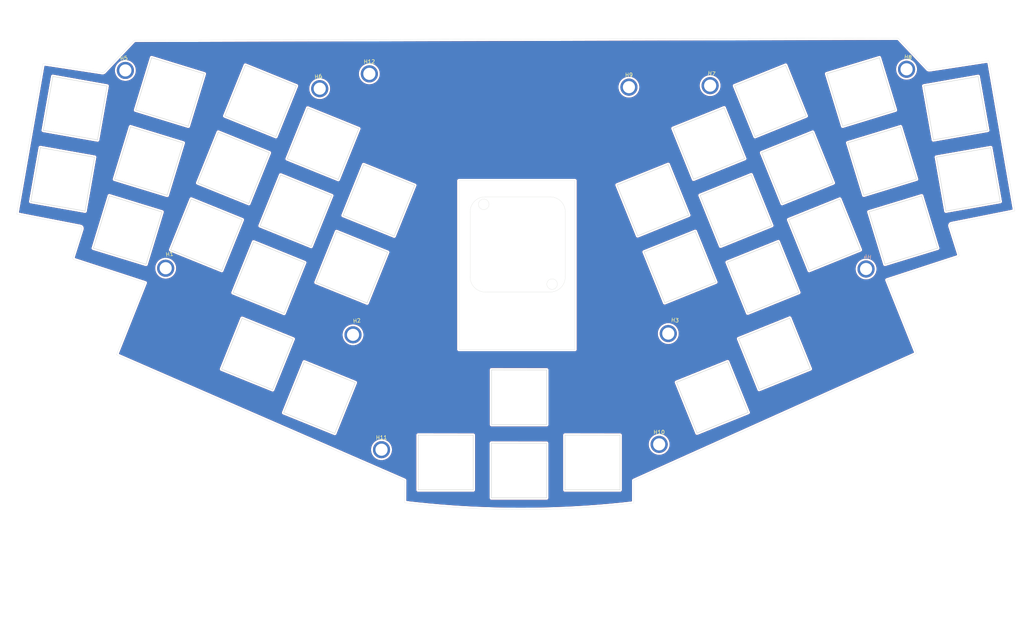
<source format=kicad_pcb>
(kicad_pcb (version 20221018) (generator pcbnew)
  (layers (0 "F.Cu" signal) (31 "B.Cu" signal) (34 "B.Paste" user) (35 "F.Paste" user) (36 "B.SilkS" user "B.Silkscreen") (37 "F.SilkS" user "F.Silkscreen") (38 "B.Mask" user) (39 "F.Mask" user) (44 "Edge.Cuts" user))
  (net 0 "")
  (net 1 "GND")
  (footprint "Alaa:14mm-switch-hole-only-top-bottom" (layer "F.Cu") (at 31.014034 68.703991 -10)
    (fp_text reference "SW9" hide)
    (fp_text value "SW_Push" hide)
    (fp_line (start -7.239 -7.21) (end 7.239 -7.19) (stroke (width 0.12)) (layer "Edge.Cuts"))
    (fp_line (start -7.239 7.2) (end -7.239 -7.21) (stroke (width 0.12)) (layer "Edge.Cuts"))
    (fp_line (start 7.239 -7.19) (end 7.239 7.2) (stroke (width 0.12)) (layer "Edge.Cuts"))
    (fp_line (start 7.239 7.2) (end -7.239 7.2) (stroke (width 0.12)) (layer "Edge.Cuts"))
  )
  (footprint "Alaa:14mm-switch-hole-only-top-bottom" (layer "F.Cu") (at 218.160728 114.603833 22)
    (fp_text reference "SW21" hide)
    (fp_text value "SW_Push" hide)
    (fp_line (start -7.239 -7.21) (end 7.239 -7.19) (stroke (width 0.12)) (layer "Edge.Cuts"))
    (fp_line (start -7.239 7.2) (end -7.239 -7.21) (stroke (width 0.12)) (layer "Edge.Cuts"))
    (fp_line (start 7.239 -7.19) (end 7.239 7.2) (stroke (width 0.12)) (layer "Edge.Cuts"))
    (fp_line (start 7.239 7.2) (end -7.239 7.2) (stroke (width 0.12)) (layer "Edge.Cuts"))
  )
  (footprint "Alaa:MountingHole_M3" (layer "F.Cu") (at 114.848 139.84)
    (fp_text reference "H11" (at 0 -3.2) (layer "F.SilkS"))
    (fp_text value "MountingHole_Pad")
    (pad "1" thru_hole circle (at 0 0) (size 4.5 4.5) (drill 3.2) (layers "*.Cu" "*.Mask"))
  )
  (footprint "Alaa:MountingHole_M3" (layer "F.Cu") (at 252.898 39.74 -7)
    (fp_text reference "H8" (at 0 -3.2 173) (layer "F.SilkS"))
    (fp_text value "MountingHole_Pad")
    (pad "1" thru_hole circle (at 0 0 353) (size 4.5 4.5) (drill 3.2) (layers "*.Cu" "*.Mask"))
  )
  (footprint "Alaa:14mm-switch-hole-only-top-bottom" (layer "F.Cu") (at 201.825522 126.0819 22)
    (fp_text reference "SW31" hide)
    (fp_text value "SW_Push" hide)
    (fp_line (start -7.239 -7.21) (end 7.239 -7.19) (stroke (width 0.12)) (layer "Edge.Cuts"))
    (fp_line (start -7.239 7.2) (end -7.239 -7.21) (stroke (width 0.12)) (layer "Edge.Cuts"))
    (fp_line (start 7.239 -7.19) (end 7.239 7.2) (stroke (width 0.12)) (layer "Edge.Cuts"))
    (fp_line (start 7.239 7.2) (end -7.239 7.2) (stroke (width 0.12)) (layer "Edge.Cuts"))
  )
  (footprint "Alaa:14mm-switch-hole-only-top-bottom" (layer "F.Cu") (at 208.027861 76.889457 22)
    (fp_text reference "SW13" hide)
    (fp_text value "SW_Push" hide)
    (fp_line (start -7.239 -7.21) (end 7.239 -7.19) (stroke (width 0.12)) (layer "Edge.Cuts"))
    (fp_line (start -7.239 7.2) (end -7.239 -7.21) (stroke (width 0.12)) (layer "Edge.Cuts"))
    (fp_line (start 7.239 -7.19) (end 7.239 7.2) (stroke (width 0.12)) (layer "Edge.Cuts"))
    (fp_line (start 7.239 7.2) (end -7.239 7.2) (stroke (width 0.12)) (layer "Edge.Cuts"))
  )
  (footprint "Alaa:14mm-switch-hole-only-top-bottom" (layer "F.Cu") (at 83.060127 48.059109 -22)
    (fp_text reference "SW3" hide)
    (fp_text value "SW_Push" hide)
    (fp_line (start -7.239 -7.21) (end 7.239 -7.19) (stroke (width 0.12)) (layer "Edge.Cuts"))
    (fp_line (start -7.239 7.2) (end -7.239 -7.21) (stroke (width 0.12)) (layer "Edge.Cuts"))
    (fp_line (start 7.239 -7.19) (end 7.239 7.2) (stroke (width 0.12)) (layer "Edge.Cuts"))
    (fp_line (start 7.239 7.2) (end -7.239 7.2) (stroke (width 0.12)) (layer "Edge.Cuts"))
  )
  (footprint "Alaa:14mm-switch-hole-only-top-bottom" (layer "F.Cu") (at 99.453635 59.337859 -22)
    (fp_text reference "SW4" hide)
    (fp_text value "SW_Push" hide)
    (fp_line (start -7.239 -7.21) (end 7.239 -7.19) (stroke (width 0.12)) (layer "Edge.Cuts"))
    (fp_line (start -7.239 7.2) (end -7.239 -7.21) (stroke (width 0.12)) (layer "Edge.Cuts"))
    (fp_line (start 7.239 -7.19) (end 7.239 7.2) (stroke (width 0.12)) (layer "Edge.Cuts"))
    (fp_line (start 7.239 7.2) (end -7.239 7.2) (stroke (width 0.12)) (layer "Edge.Cuts"))
  )
  (footprint "Alaa:14mm-switch-hole-only-top-bottom" (layer "F.Cu") (at 170.322739 143.216617)
    (fp_text reference "SW30" hide)
    (fp_text value "SW_Push" hide)
    (fp_line (start -7.239 -7.21) (end 7.239 -7.19) (stroke (width 0.12)) (layer "Edge.Cuts"))
    (fp_line (start -7.239 7.2) (end -7.239 -7.21) (stroke (width 0.12)) (layer "Edge.Cuts"))
    (fp_line (start 7.239 -7.19) (end 7.239 7.2) (stroke (width 0.12)) (layer "Edge.Cuts"))
    (fp_line (start 7.239 7.2) (end -7.239 7.2) (stroke (width 0.12)) (layer "Edge.Cuts"))
  )
  (footprint "Alaa:MountingHole_M3" (layer "F.Cu") (at 190.255628 109.185509 -6)
    (fp_text reference "H3" (at 1.388238 -3.568475 175) (layer "F.SilkS"))
    (fp_text value "MountingHole_Pad")
    (pad "1" thru_hole circle (at 0 0.1 354) (size 4.5 4.5) (drill 3.2) (layers "*.Cu" "*.Mask"))
  )
  (footprint "Alaa:MountingHole_M3" (layer "F.Cu") (at 98.598 44.84 6)
    (fp_text reference "H6" (at 0 -3.2 6) (layer "F.SilkS"))
    (fp_text value "MountingHole_Pad")
    (pad "1" thru_hole circle (at 0 0 6) (size 4.5 4.5) (drill 3.2) (layers "*.Cu" "*.Mask"))
  )
  (footprint "Alaa:14mm-switch-hole-only-top-bottom" (layer "F.Cu") (at 98.538455 126.1468 -22)
    (fp_text reference "SW28" hide)
    (fp_text value "SW_Push" hide)
    (fp_line (start -7.239 -7.21) (end 7.239 -7.19) (stroke (width 0.12)) (layer "Edge.Cuts"))
    (fp_line (start -7.239 7.2) (end -7.239 -7.21) (stroke (width 0.12)) (layer "Edge.Cuts"))
    (fp_line (start 7.239 -7.19) (end 7.239 7.2) (stroke (width 0.12)) (layer "Edge.Cuts"))
    (fp_line (start 7.239 7.2) (end -7.239 7.2) (stroke (width 0.12)) (layer "Edge.Cuts"))
  )
  (footprint "Alaa:14mm-switch-hole-only-top-bottom" (layer "F.Cu") (at 217.086794 48.054615 22)
    (fp_text reference "SW6" hide)
    (fp_text value "SW_Push" hide)
    (fp_line (start -7.239 -7.21) (end 7.239 -7.19) (stroke (width 0.12)) (layer "Edge.Cuts"))
    (fp_line (start -7.239 7.2) (end -7.239 -7.21) (stroke (width 0.12)) (layer "Edge.Cuts"))
    (fp_line (start 7.239 -7.19) (end 7.239 7.2) (stroke (width 0.12)) (layer "Edge.Cuts"))
    (fp_line (start 7.239 7.2) (end -7.239 7.2) (stroke (width 0.12)) (layer "Edge.Cuts"))
  )
  (footprint "Alaa:14mm-switch-hole-only-top-bottom" (layer "F.Cu") (at 75.942605 65.675599 -22)
    (fp_text reference "SW11" hide)
    (fp_text value "SW_Push" hide)
    (fp_line (start -7.239 -7.21) (end 7.239 -7.19) (stroke (width 0.12)) (layer "Edge.Cuts"))
    (fp_line (start -7.239 7.2) (end -7.239 -7.21) (stroke (width 0.12)) (layer "Edge.Cuts"))
    (fp_line (start 7.239 -7.19) (end 7.239 7.2) (stroke (width 0.12)) (layer "Edge.Cuts"))
    (fp_line (start 7.239 7.2) (end -7.239 7.2) (stroke (width 0.12)) (layer "Edge.Cuts"))
  )
  (footprint "Alaa:MountingHole_M3" (layer "F.Cu") (at 111.648 40.94)
    (fp_text reference "H12" (at 0 -3.2) (layer "F.SilkS"))
    (fp_text value "MountingHole_Pad")
    (pad "1" thru_hole circle (at 0 0) (size 4.5 4.5) (drill 3.2) (layers "*.Cu" "*.Mask"))
  )
  (footprint "Alaa:14mm-switch-hole-only-top-bottom" (layer "F.Cu") (at 85.218584 94.570848 -22)
    (fp_text reference "SW19" hide)
    (fp_text value "SW_Push" hide)
    (fp_line (start -7.239 -7.21) (end 7.239 -7.19) (stroke (width 0.12)) (layer "Edge.Cuts"))
    (fp_line (start -7.239 7.2) (end -7.239 -7.21) (stroke (width 0.12)) (layer "Edge.Cuts"))
    (fp_line (start 7.239 -7.19) (end 7.239 7.2) (stroke (width 0.12)) (layer "Edge.Cuts"))
    (fp_line (start 7.239 7.2) (end -7.239 7.2) (stroke (width 0.12)) (layer "Edge.Cuts"))
  )
  (footprint "Alaa:14mm-switch-hole-only-top-bottom" (layer "F.Cu") (at 269.132843 68.700844 10)
    (fp_text reference "SW16" hide)
    (fp_text value "SW_Push" hide)
    (fp_line (start -7.239 -7.21) (end 7.239 -7.19) (stroke (width 0.12)) (layer "Edge.Cuts"))
    (fp_line (start -7.239 7.2) (end -7.239 -7.21) (stroke (width 0.12)) (layer "Edge.Cuts"))
    (fp_line (start 7.239 -7.19) (end 7.239 7.2) (stroke (width 0.12)) (layer "Edge.Cuts"))
    (fp_line (start 7.239 7.2) (end -7.239 7.2) (stroke (width 0.12)) (layer "Edge.Cuts"))
  )
  (footprint "Alaa:MountingHole_M3" (layer "F.Cu") (at 107.354603 109.610727 6)
    (fp_text reference "H2" (at 1.388238 -3.568475 7) (layer "F.SilkS"))
    (fp_text value "MountingHole_Pad")
    (pad "1" thru_hole circle (at 0 0 6) (size 4.5 4.5) (drill 3.2) (layers "*.Cu" "*.Mask"))
  )
  (footprint "Alaa:14mm-switch-hole-only-top-bottom" (layer "F.Cu") (at 231.321844 83.287601 22)
    (fp_text reference "SW23" hide)
    (fp_text value "SW_Push" hide)
    (fp_line (start -7.239 -7.21) (end 7.239 -7.19) (stroke (width 0.12)) (layer "Edge.Cuts"))
    (fp_line (start -7.239 7.2) (end -7.239 -7.21) (stroke (width 0.12)) (layer "Edge.Cuts"))
    (fp_line (start 7.239 -7.19) (end 7.239 7.2) (stroke (width 0.12)) (layer "Edge.Cuts"))
    (fp_line (start 7.239 7.2) (end -7.239 7.2) (stroke (width 0.12)) (layer "Edge.Cuts"))
  )
  (footprint "Alaa:14mm-switch-hole-only-top-bottom" (layer "F.Cu") (at 48.108439 82.046216 -17)
    (fp_text reference "SW17" hide)
    (fp_text value "SW_Push" hide)
    (fp_line (start -7.239 -7.21) (end 7.239 -7.19) (stroke (width 0.12)) (layer "Edge.Cuts"))
    (fp_line (start -7.239 7.2) (end -7.239 -7.21) (stroke (width 0.12)) (layer "Edge.Cuts"))
    (fp_line (start 7.239 -7.19) (end 7.239 7.2) (stroke (width 0.12)) (layer "Edge.Cuts"))
    (fp_line (start 7.239 7.2) (end -7.239 7.2) (stroke (width 0.12)) (layer "Edge.Cuts"))
  )
  (footprint "Alaa:14mm-switch-hole-only-top-bottom" (layer "F.Cu") (at 131.717153 143.216617)
    (fp_text reference "SW29" hide)
    (fp_text value "SW_Push" hide)
    (fp_line (start -7.239 -7.21) (end 7.239 -7.19) (stroke (width 0.12)) (layer "Edge.Cuts"))
    (fp_line (start -7.239 7.2) (end -7.239 -7.21) (stroke (width 0.12)) (layer "Edge.Cuts"))
    (fp_line (start 7.239 -7.19) (end 7.239 7.2) (stroke (width 0.12)) (layer "Edge.Cuts"))
    (fp_line (start 7.239 7.2) (end -7.239 7.2) (stroke (width 0.12)) (layer "Edge.Cuts"))
  )
  (footprint "Alaa:14mm-switch-hole-only-top-bottom" (layer "F.Cu") (at 59.218564 45.706636 -17)
    (fp_text reference "SW2" hide)
    (fp_text value "SW_Push" hide)
    (fp_line (start -7.239 -7.21) (end 7.239 -7.19) (stroke (width 0.12)) (layer "Edge.Cuts"))
    (fp_line (start -7.239 7.2) (end -7.239 -7.21) (stroke (width 0.12)) (layer "Edge.Cuts"))
    (fp_line (start 7.239 -7.19) (end 7.239 7.2) (stroke (width 0.12)) (layer "Edge.Cuts"))
    (fp_line (start 7.239 7.2) (end -7.239 7.2) (stroke (width 0.12)) (layer "Edge.Cuts"))
  )
  (footprint "Alaa:14mm-switch-hole-only-top-bottom" (layer "F.Cu") (at 82.203244 114.668726 -22)
    (fp_text reference "SW20" hide)
    (fp_text value "SW_Push" hide)
    (fp_line (start -7.239 -7.21) (end 7.239 -7.19) (stroke (width 0.12)) (layer "Edge.Cuts"))
    (fp_line (start -7.239 7.2) (end -7.239 -7.21) (stroke (width 0.12)) (layer "Edge.Cuts"))
    (fp_line (start 7.239 -7.19) (end 7.239 7.2) (stroke (width 0.12)) (layer "Edge.Cuts"))
    (fp_line (start 7.239 7.2) (end -7.239 7.2) (stroke (width 0.12)) (layer "Edge.Cuts"))
  )
  (footprint "Alaa:14mm-switch-hole-only-top-bottom" (layer "F.Cu") (at 193.322321 91.782147 22)
    (fp_text reference "SW32" hide)
    (fp_text value "SW_Push" hide)
    (fp_line (start -7.239 -7.21) (end 7.239 -7.19) (stroke (width 0.12)) (layer "Edge.Cuts"))
    (fp_line (start -7.239 7.2) (end -7.239 -7.21) (stroke (width 0.12)) (layer "Edge.Cuts"))
    (fp_line (start 7.239 -7.19) (end 7.239 7.2) (stroke (width 0.12)) (layer "Edge.Cuts"))
    (fp_line (start 7.239 7.2) (end -7.239 7.2) (stroke (width 0.12)) (layer "Edge.Cuts"))
  )
  (footprint "Alaa:14mm-switch-hole-only-top-bottom" (layer "F.Cu") (at 34.304318 49.975563 -10)
    (fp_text reference "SW1" hide)
    (fp_text value "SW_Push" hide)
    (fp_line (start -7.239 -7.21) (end 7.239 -7.19) (stroke (width 0.12)) (layer "Edge.Cuts"))
    (fp_line (start -7.239 7.2) (end -7.239 -7.21) (stroke (width 0.12)) (layer "Edge.Cuts"))
    (fp_line (start 7.239 -7.19) (end 7.239 7.2) (stroke (width 0.12)) (layer "Edge.Cuts"))
    (fp_line (start 7.239 7.2) (end -7.239 7.2) (stroke (width 0.12)) (layer "Edge.Cuts"))
  )
  (footprint "Alaa:14mm-switch-hole-only-top-bottom" (layer "F.Cu") (at 68.825076 83.292094 -22)
    (fp_text reference "SW18" hide)
    (fp_text value "SW_Push" hide)
    (fp_line (start -7.239 -7.21) (end 7.239 -7.19) (stroke (width 0.12)) (layer "Edge.Cuts"))
    (fp_line (start -7.239 7.2) (end -7.239 -7.21) (stroke (width 0.12)) (layer "Edge.Cuts"))
    (fp_line (start 7.239 -7.19) (end 7.239 7.2) (stroke (width 0.12)) (layer "Edge.Cuts"))
    (fp_line (start 7.239 7.2) (end -7.239 7.2) (stroke (width 0.12)) (layer "Edge.Cuts"))
  )
  (footprint "Alaa:14mm-switch-hole-only-top-bottom" (layer "F.Cu") (at 240.9285 45.702543 17)
    (fp_text reference "SW7" hide)
    (fp_text value "SW_Push" hide)
    (fp_line (start -7.239 -7.21) (end 7.239 -7.19) (stroke (width 0.12)) (layer "Edge.Cuts"))
    (fp_line (start -7.239 7.2) (end -7.239 -7.21) (stroke (width 0.12)) (layer "Edge.Cuts"))
    (fp_line (start 7.239 -7.19) (end 7.239 7.2) (stroke (width 0.12)) (layer "Edge.Cuts"))
    (fp_line (start 7.239 7.2) (end -7.239 7.2) (stroke (width 0.12)) (layer "Edge.Cuts"))
  )
  (footprint "Alaa:14mm-switch-hole-only-top-bottom" (layer "F.Cu") (at 246.481391 63.868709 17)
    (fp_text reference "SW15" hide)
    (fp_text value "SW_Push" hide)
    (fp_line (start -7.239 -7.21) (end 7.239 -7.19) (stroke (width 0.12)) (layer "Edge.Cuts"))
    (fp_line (start -7.239 7.2) (end -7.239 -7.21) (stroke (width 0.12)) (layer "Edge.Cuts"))
    (fp_line (start 7.239 -7.19) (end 7.239 7.2) (stroke (width 0.12)) (layer "Edge.Cuts"))
    (fp_line (start 7.239 7.2) (end -7.239 7.2) (stroke (width 0.12)) (layer "Edge.Cuts"))
  )
  (footprint "Alaa:14mm-switch-hole-only-top-bottom" (layer "F.Cu") (at 92.336108 76.954354 -22)
    (fp_text reference "SW12" hide)
    (fp_text value "SW_Push" hide)
    (fp_line (start -7.239 -7.21) (end 7.239 -7.19) (stroke (width 0.12)) (layer "Edge.Cuts"))
    (fp_line (start -7.239 7.2) (end -7.239 -7.21) (stroke (width 0.12)) (layer "Edge.Cuts"))
    (fp_line (start 7.239 -7.19) (end 7.239 7.2) (stroke (width 0.12)) (layer "Edge.Cuts"))
    (fp_line (start 7.239 7.2) (end -7.239 7.2) (stroke (width 0.12)) (layer "Edge.Cuts"))
  )
  (footprint "Alaa:14mm-switch-hole-only-top-bottom" (layer "F.Cu") (at 114.159178 74.230553 -22)
    (fp_text reference "SW26" hide)
    (fp_text value "SW_Push" hide)
    (fp_line (start -7.239 -7.21) (end 7.239 -7.19) (stroke (width 0.12)) (layer "Edge.Cuts"))
    (fp_line (start -7.239 7.2) (end -7.239 -7.21) (stroke (width 0.12)) (layer "Edge.Cuts"))
    (fp_line (start 7.239 -7.19) (end 7.239 7.2) (stroke (width 0.12)) (layer "Edge.Cuts"))
    (fp_line (start 7.239 7.2) (end -7.239 7.2) (stroke (width 0.12)) (layer "Edge.Cuts"))
  )
  (footprint "Alaa:MountingHole_M3" (layer "F.Cu") (at 187.848 138.44)
    (fp_text reference "H10" (at 0 -3.2) (layer "F.SilkS"))
    (fp_text value "MountingHole_Pad")
    (pad "1" thru_hole circle (at 0 0) (size 4.5 4.5) (drill 3.2) (layers "*.Cu" "*.Mask"))
  )
  (footprint "Alaa:MountingHole_M3" (layer "F.Cu") (at 179.898 44.44)
    (fp_text reference "H9" (at 0 -3.2) (layer "F.SilkS"))
    (fp_text value "MountingHole_Pad")
    (pad "1" thru_hole circle (at 0 0) (size 4.5 4.5) (drill 3.2) (layers "*.Cu" "*.Mask"))
  )
  (footprint "Alaa:14mm-switch-hole-only-top-bottom" (layer "F.Cu") (at 186.204797 74.165651 22)
    (fp_text reference "SW33" hide)
    (fp_text value "SW_Push" hide)
    (fp_line (start -7.239 -7.21) (end 7.239 -7.19) (stroke (width 0.12)) (layer "Edge.Cuts"))
    (fp_line (start -7.239 7.2) (end -7.239 -7.21) (stroke (width 0.12)) (layer "Edge.Cuts"))
    (fp_line (start 7.239 -7.19) (end 7.239 7.2) (stroke (width 0.12)) (layer "Edge.Cuts"))
    (fp_line (start 7.239 7.2) (end -7.239 7.2) (stroke (width 0.12)) (layer "Edge.Cuts"))
  )
  (footprint "Alaa:14mm-switch-hole-only-top-bottom" (layer "F.Cu") (at 265.831283 49.966062 10)
    (fp_text reference "SW8" hide)
    (fp_text value "SW_Push" hide)
    (fp_line (start -7.239 -7.21) (end 7.239 -7.19) (stroke (width 0.12)) (layer "Edge.Cuts"))
    (fp_line (start -7.239 7.2) (end -7.239 -7.21) (stroke (width 0.12)) (layer "Edge.Cuts"))
    (fp_line (start 7.239 -7.19) (end 7.239 7.2) (stroke (width 0.12)) (layer "Edge.Cuts"))
    (fp_line (start 7.239 7.2) (end -7.239 7.2) (stroke (width 0.12)) (layer "Edge.Cuts"))
  )
  (footprint "Alaa:MountingHole_M3" (layer "F.Cu") (at 58.098 92.09 6)
    (fp_text reference "H1" (at 1.388238 -3.568475 7) (layer "F.SilkS"))
    (fp_text value "MountingHole_Pad")
    (pad "1" thru_hole circle (at 0 0 6) (size 4.5 4.5) (drill 3.2) (layers "*.Cu" "*.Mask"))
  )
  (footprint "Alaa:14mm-switch-hole-only-top-bottom" (layer "F.Cu") (at 200.910342 59.272963 22)
    (fp_text reference "SW5" hide)
    (fp_text value "SW_Push" hide)
    (fp_line (start -7.239 -7.21) (end 7.239 -7.19) (stroke (width 0.12)) (layer "Edge.Cuts"))
    (fp_line (start -7.239 7.2) (end -7.239 -7.21) (stroke (width 0.12)) (layer "Edge.Cuts"))
    (fp_line (start 7.239 -7.19) (end 7.239 7.2) (stroke (width 0.12)) (layer "Edge.Cuts"))
    (fp_line (start 7.239 7.2) (end -7.239 7.2) (stroke (width 0.12)) (layer "Edge.Cuts"))
  )
  (footprint "Alaa:14mm-switch-hole-only-top-bottom" (layer "F.Cu") (at 150.997151 145.333308)
    (fp_text reference "SW37" hide)
    (fp_text value "SW_Push" hide)
    (fp_line (start -7.239 -7.21) (end 7.239 -7.19) (stroke (width 0.12)) (layer "Edge.Cuts"))
    (fp_line (start -7.239 7.2) (end -7.239 -7.21) (stroke (width 0.12)) (layer "Edge.Cuts"))
    (fp_line (start 7.239 -7.19) (end 7.239 7.2) (stroke (width 0.12)) (layer "Edge.Cuts"))
    (fp_line (start 7.239 7.2) (end -7.239 7.2) (stroke (width 0.12)) (layer "Edge.Cuts"))
  )
  (footprint "Alaa:MountingHole_M3" (layer "F.Cu") (at 201.248 44.04 -7)
    (fp_text reference "H7" (at 0 -3.2 173) (layer "F.SilkS"))
    (fp_text value "MountingHole_Pad")
    (pad "1" thru_hole circle (at 0 0 353) (size 4.5 4.5) (drill 3.2) (layers "*.Cu" "*.Mask"))
  )
  (footprint "Alaa:14mm-switch-hole-only-top-bottom" (layer "F.Cu") (at 224.204322 65.67111 22)
    (fp_text reference "SW14" hide)
    (fp_text value "SW_Push" hide)
    (fp_line (start -7.239 -7.21) (end 7.239 -7.19) (stroke (width 0.12)) (layer "Edge.Cuts"))
    (fp_line (start -7.239 7.2) (end -7.239 -7.21) (stroke (width 0.12)) (layer "Edge.Cuts"))
    (fp_line (start 7.239 -7.19) (end 7.239 7.2) (stroke (width 0.12)) (layer "Edge.Cuts"))
    (fp_line (start 7.239 7.2) (end -7.239 7.2) (stroke (width 0.12)) (layer "Edge.Cuts"))
  )
  (footprint "Alaa:14mm-switch-hole-only-top-bottom" (layer "F.Cu") (at 252.038621 82.042125 17)
    (fp_text reference "SW24" hide)
    (fp_text value "SW_Push" hide)
    (fp_line (start -7.239 -7.21) (end 7.239 -7.19) (stroke (width 0.12)) (layer "Edge.Cuts"))
    (fp_line (start -7.239 7.2) (end -7.239 -7.21) (stroke (width 0.12)) (layer "Edge.Cuts"))
    (fp_line (start 7.239 -7.19) (end 7.239 7.2) (stroke (width 0.12)) (layer "Edge.Cuts"))
    (fp_line (start 7.239 7.2) (end -7.239 7.2) (stroke (width 0.12)) (layer "Edge.Cuts"))
  )
  (footprint "Alaa:14mm-switch-hole-only-top-bottom" (layer "F.Cu") (at 53.672746 63.892451 -17)
    (fp_text reference "SW10" hide)
    (fp_text value "SW_Push" hide)
    (fp_line (start -7.239 -7.21) (end 7.239 -7.19) (stroke (width 0.12)) (layer "Edge.Cuts"))
    (fp_line (start -7.239 7.2) (end -7.239 -7.21) (stroke (width 0.12)) (layer "Edge.Cuts"))
    (fp_line (start 7.239 -7.19) (end 7.239 7.2) (stroke (width 0.12)) (layer "Edge.Cuts"))
    (fp_line (start 7.239 7.2) (end -7.239 7.2) (stroke (width 0.12)) (layer "Edge.Cuts"))
  )
  (footprint "Alaa:MountingHole_M3" (layer "F.Cu") (at 47.498 40.04 7)
    (fp_text reference "H5" (at 0 -3.2 7) (layer "F.SilkS"))
    (fp_text value "MountingHole_Pad")
    (pad "1" thru_hole circle (at 0 0 7) (size 4.5 4.5) (drill 3.2) (layers "*.Cu" "*.Mask"))
  )
  (footprint "Alaa:14mm-switch-hole-only-top-bottom" (layer "F.Cu") (at 215.145389 94.505953 22)
    (fp_text reference "SW22" hide)
    (fp_text value "SW_Push" hide)
    (fp_line (start -7.239 -7.21) (end 7.239 -7.19) (stroke (width 0.12)) (layer "Edge.Cuts"))
    (fp_line (start -7.239 7.2) (end -7.239 -7.21) (stroke (width 0.12)) (layer "Edge.Cuts"))
    (fp_line (start 7.239 -7.19) (end 7.239 7.2) (stroke (width 0.12)) (layer "Edge.Cuts"))
    (fp_line (start 7.239 7.2) (end -7.239 7.2) (stroke (width 0.12)) (layer "Edge.Cuts"))
  )
  (footprint "Alaa:14mm-switch-hole-only-top-bottom" (layer "F.Cu") (at 107.04165 91.847044 -22)
    (fp_text reference "SW27" hide)
    (fp_text value "SW_Push" hide)
    (fp_line (start -7.239 -7.21) (end 7.239 -7.19) (stroke (width 0.12)) (layer "Edge.Cuts"))
    (fp_line (start -7.239 7.2) (end -7.239 -7.21) (stroke (width 0.12)) (layer "Edge.Cuts"))
    (fp_line (start 7.239 -7.19) (end 7.239 7.2) (stroke (width 0.12)) (layer "Edge.Cuts"))
    (fp_line (start 7.239 7.2) (end -7.239 7.2) (stroke (width 0.12)) (layer "Edge.Cuts"))
  )
  (footprint "Alaa:MountingHole_M3" (layer "F.Cu") (at 242.248 92.29 -7)
    (fp_text reference "H4" (at 0 -3.2 173) (layer "B.SilkS") (effects (justify mirror)))
    (fp_text value "MountingHole_Pad")
    (pad "1" thru_hole circle (at 0 0 353) (size 4.5 4.5) (drill 3.2) (layers "*.Cu" "*.Mask"))
  )
  (footprint "Alaa:14mm-switch-hole-only-top-bottom" (layer "F.Cu") (at 151.023 126.04)
    (fp_text reference "SW35" hide)
    (fp_text value "SW_Push" hide)
    (fp_line (start -7.239 -7.21) (end 7.239 -7.19) (stroke (width 0.12)) (layer "Edge.Cuts"))
    (fp_line (start -7.239 7.2) (end -7.239 -7.21) (stroke (width 0.12)) (layer "Edge.Cuts"))
    (fp_line (start 7.239 -7.19) (end 7.239 7.2) (stroke (width 0.12)) (layer "Edge.Cuts"))
    (fp_line (start 7.239 7.2) (end -7.239 7.2) (stroke (width 0.12)) (layer "Edge.Cuts"))
  )
  (gr_arc (start 35.66861 81.096953) (mid 36.006405 81.342186) (end 36.072498 81.754362) (stroke (width 0.05)) (layer "Edge.Cuts"))
  (gr_line (start 181.198 147.94) (end 181.186887 153.871771) (stroke (width 0.05)) (layer "Edge.Cuts"))
  (gr_arc (start 42.021195 40.373084) (mid 41.726031 40.579575) (end 41.366931 40.608012) (stroke (width 0.05)) (layer "Edge.Cuts"))
  (gr_line (start 138.151989 77.253981) (end 138.151989 94.403981) (stroke (width 0.05)) (layer "Edge.Cuts"))
  (gr_circle (center 159.698 96.275756) (end 160.398 97.475756) (stroke (width 0.05)) (fill none) (layer "Edge.Cuts"))
  (gr_arc (start 259.025338 39.862009) (mid 258.666249 39.833561) (end 258.371081 39.62708) (stroke (width 0.05)) (layer "Edge.Cuts"))
  (gr_arc (start 159.211989 73.313981) (mid 161.997975 74.467995) (end 163.151989 77.253981) (stroke (width 0.05)) (layer "Edge.Cuts"))
  (gr_line (start 18.948 77.84) (end 25.851112 38.235921) (stroke (width 0.05)) (layer "Edge.Cuts"))
  (gr_arc (start 181.186887 153.871771) (mid 151.031642 155.589883) (end 120.883074 153.758333) (stroke (width 0.05)) (layer "Edge.Cuts"))
  (gr_line (start 255.498 114.54) (end 247.748 95.19) (stroke (width 0.05)) (layer "Edge.Cuts"))
  (gr_circle (center 141.723 75.275756) (end 142.423 76.475756) (stroke (width 0.05)) (fill none) (layer "Edge.Cuts"))
  (gr_line (start 36.072498 81.754362) (end 33.678087 89.357981) (stroke (width 0.05)) (layer "Edge.Cuts"))
  (gr_arc (start 33.890068 89.808005) (mid 33.689048 89.627773) (end 33.678087 89.357981) (stroke (width 0.05)) (layer "Edge.Cuts"))
  (gr_arc (start 142.091989 98.343981) (mid 139.305974 97.189996) (end 138.151989 94.403981) (stroke (width 0.05)) (layer "Edge.Cuts"))
  (gr_line (start 165.698 69.07) (end 165.698 113.44) (stroke (width 0.05)) (layer "Edge.Cuts"))
  (gr_line (start 135.218 69.07) (end 165.698 69.07) (stroke (width 0.05)) (layer "Edge.Cuts"))
  (gr_line (start 135.218 113.44) (end 135.218 69.07) (stroke (width 0.05)) (layer "Edge.Cuts"))
  (gr_line (start 52.698 95.94) (end 45.148 114.89) (stroke (width 0.05)) (layer "Edge.Cuts"))
  (gr_line (start 165.698 113.44) (end 135.218 113.44) (stroke (width 0.05)) (layer "Edge.Cuts"))
  (gr_line (start 33.890068 89.808005) (end 52.698 95.94) (stroke (width 0.05)) (layer "Edge.Cuts"))
  (gr_line (start 41.366931 40.608012) (end 25.851112 38.235921) (stroke (width 0.05)) (layer "Edge.Cuts"))
  (gr_line (start 258.371081 39.62708) (end 250.717536 31.535278) (stroke (width 0.05)) (layer "Edge.Cuts"))
  (gr_line (start 247.748 95.19) (end 266.502205 89.062004) (stroke (width 0.05)) (layer "Edge.Cuts"))
  (gr_arc (start 138.151989 77.253981) (mid 139.306003 74.467995) (end 142.091989 73.313981) (stroke (width 0.05)) (layer "Edge.Cuts"))
  (gr_line (start 49.848 32.09) (end 42.021195 40.373084) (stroke (width 0.05)) (layer "Edge.Cuts"))
  (gr_line (start 142.091989 98.343981) (end 159.211989 98.343981) (stroke (width 0.05)) (layer "Edge.Cuts"))
  (gr_line (start 159.211989 73.313981) (end 142.091989 73.313981) (stroke (width 0.05)) (layer "Edge.Cuts"))
  (gr_line (start 45.148 114.89) (end 120.898 147.89) (stroke (width 0.05)) (layer "Edge.Cuts"))
  (gr_line (start 18.948 77.84) (end 35.66861 81.096953) (stroke (width 0.05)) (layer "Edge.Cuts"))
  (gr_arc (start 264.319778 81.00836) (mid 264.385835 80.596192) (end 264.723662 80.35095) (stroke (width 0.05)) (layer "Edge.Cuts"))
  (gr_line (start 264.723662 80.35095) (end 281.348 77.04) (stroke (width 0.05)) (layer "Edge.Cuts"))
  (gr_line (start 274.54116 37.489926) (end 259.025338 39.862009) (stroke (width 0.05)) (layer "Edge.Cuts"))
  (gr_arc (start 266.714188 88.611977) (mid 266.703296 88.881801) (end 266.502205 89.062004) (stroke (width 0.05)) (layer "Edge.Cuts"))
  (gr_line (start 120.898 147.89) (end 120.883074 153.758333) (stroke (width 0.05)) (layer "Edge.Cuts"))
  (gr_line (start 266.714188 88.611977) (end 264.319778 81.00836) (stroke (width 0.05)) (layer "Edge.Cuts"))
  (gr_arc (start 163.151989 94.403981) (mid 161.998004 97.189996) (end 159.211989 98.343981) (stroke (width 0.05)) (layer "Edge.Cuts"))
  (gr_line (start 181.198 147.94) (end 255.498 114.54) (stroke (width 0.05)) (layer "Edge.Cuts"))
  (gr_line (start 250.717536 31.535278) (end 49.848 32.09) (stroke (width 0.05)) (layer "Edge.Cuts"))
  (gr_line (start 163.151989 94.403981) (end 163.151989 77.253981) (stroke (width 0.05)) (layer "Edge.Cuts"))
  (gr_line (start 281.348 77.04) (end 274.54116 37.489926) (stroke (width 0.05)) (layer "Edge.Cuts"))
  (zone (net 1) (net_name "GND") (layers "F&B.Cu") (connect_pads (clearance 0.508)) (min_thickness 0.254) (fill yes (thermal_gap 0.508) (thermal_bridge_width 0.508))
    (polygon (pts (xy 283.266908 189.149642) (xy 14.534908 189.657641) (xy 14.534908 21.509644) (xy 283.774909 21.509641)))
  )
)
</source>
